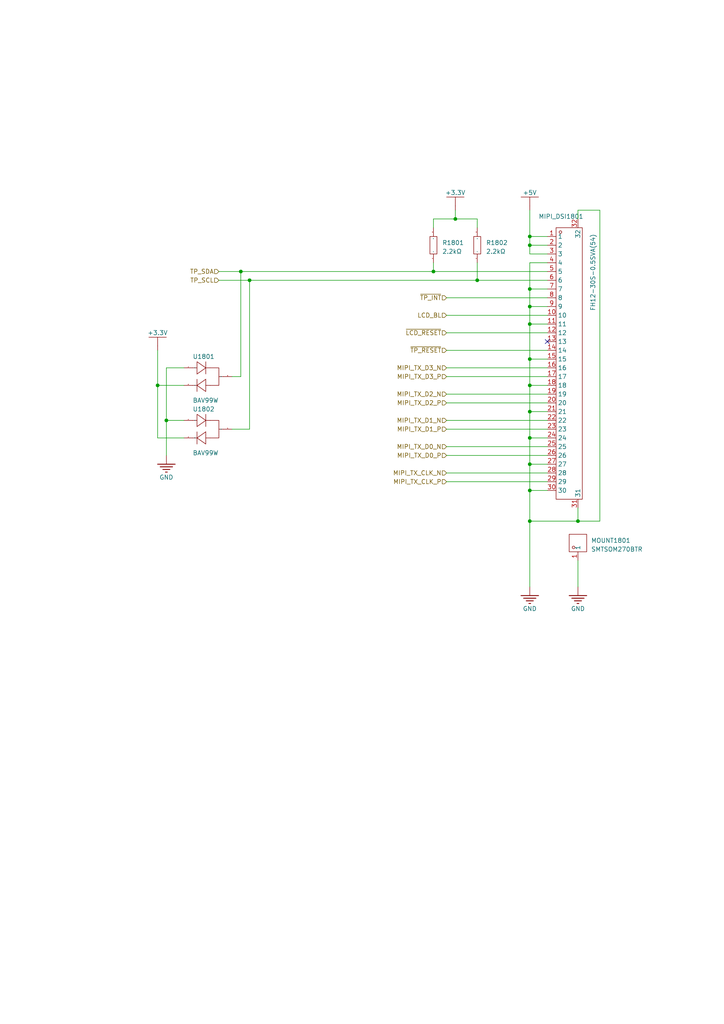
<source format=kicad_sch>
(kicad_sch (version 20250114) (generator "eeschema") (generator_version "9.0")
  (paper "A4" portrait)
  (lib_symbols
    (symbol "mainboard:0603WAF2201T5E"
      (property "Reference" "R" (at 0 0 0))
      (symbol "0603WAF2201T5E_1_0"
        (rectangle (start -2.54 -1.016) (end 2.54 1.016))
        (pin input line (at -5.08 0 0) (length 2.54) (name "1") (number "1"))
        (pin input line (at 5.08 0 180) (length 2.54) (name "2") (number "2"))
      )
    )
    (symbol "mainboard:BAV99W_C5204730"
      (property "Reference" "U" (at 0 0 0))
      (symbol "BAV99W_C5204730_1_0"
        (polyline (pts (xy -5.08 2.54) (xy -3.81 2.54)))
        (polyline (pts (xy -3.81 0.762) (xy -1.27 2.54) (xy -1.27 2.54) (xy -3.81 4.318) (xy -3.81 4.318) (xy -3.81 0.762)))
        (polyline (pts (xy -3.81 -0.762) (xy -3.81 -4.318)))
        (polyline (pts (xy -3.81 -2.54) (xy -5.08 -2.54)))
        (polyline (pts (xy -1.27 2.54) (xy 0 2.54)))
        (polyline (pts (xy -1.27 0.762) (xy -1.27 4.318)))
        (polyline (pts (xy -1.27 -0.762) (xy -3.81 -2.54) (xy -3.81 -2.54) (xy -1.27 -4.318) (xy -1.27 -4.318) (xy -1.27 -0.762)))
        (polyline (pts (xy 0 2.54) (xy 2.54 2.54) (xy 2.54 2.54) (xy 2.54 -2.54) (xy 2.54 -2.54) (xy 0 -2.54)))
        (polyline (pts (xy 0 -2.54) (xy -1.27 -2.54)))
        (polyline (pts (xy 3.81 0) (xy 2.54 0)))
        (pin unspecified line (at -7.62 2.54 0) (length 2.54) (name "1") (number "1"))
        (pin unspecified line (at -7.62 -2.54 0) (length 2.54) (name "2") (number "2"))
        (pin unspecified line (at 6.35 0 180) (length 2.54) (name "3") (number "3"))
      )
    )
    (symbol "mainboard:FH12-30S-0.5SVA(54)"
      (property "Reference" "FPC" (at 0 0 0))
      (symbol "FH12-30S-0.5SVA(54)_1_0"
        (rectangle (start -2.54 -39.37) (end 5.08 39.37))
        (circle (center -1.27 38.1) (radius 0.381))
        (pin input line (at -5.08 36.83 0) (length 2.54) (name "1") (number "1"))
        (pin input line (at -5.08 34.29 0) (length 2.54) (name "2") (number "2"))
        (pin input line (at -5.08 31.75 0) (length 2.54) (name "3") (number "3"))
        (pin input line (at -5.08 29.21 0) (length 2.54) (name "4") (number "4"))
        (pin input line (at -5.08 26.67 0) (length 2.54) (name "5") (number "5"))
        (pin input line (at -5.08 24.13 0) (length 2.54) (name "6") (number "6"))
        (pin input line (at -5.08 21.59 0) (length 2.54) (name "7") (number "7"))
        (pin input line (at -5.08 19.05 0) (length 2.54) (name "8") (number "8"))
        (pin input line (at -5.08 16.51 0) (length 2.54) (name "9") (number "9"))
        (pin input line (at -5.08 13.97 0) (length 2.54) (name "10") (number "10"))
        (pin input line (at -5.08 11.43 0) (length 2.54) (name "11") (number "11"))
        (pin input line (at -5.08 8.89 0) (length 2.54) (name "12") (number "12"))
        (pin input line (at -5.08 6.35 0) (length 2.54) (name "13") (number "13"))
        (pin input line (at -5.08 3.81 0) (length 2.54) (name "14") (number "14"))
        (pin input line (at -5.08 1.27 0) (length 2.54) (name "15") (number "15"))
        (pin input line (at -5.08 -1.27 0) (length 2.54) (name "16") (number "16"))
        (pin input line (at -5.08 -3.81 0) (length 2.54) (name "17") (number "17"))
        (pin input line (at -5.08 -6.35 0) (length 2.54) (name "18") (number "18"))
        (pin input line (at -5.08 -8.89 0) (length 2.54) (name "19") (number "19"))
        (pin input line (at -5.08 -11.43 0) (length 2.54) (name "20") (number "20"))
        (pin input line (at -5.08 -13.97 0) (length 2.54) (name "21") (number "21"))
        (pin input line (at -5.08 -16.51 0) (length 2.54) (name "22") (number "22"))
        (pin input line (at -5.08 -19.05 0) (length 2.54) (name "23") (number "23"))
        (pin input line (at -5.08 -21.59 0) (length 2.54) (name "24") (number "24"))
        (pin input line (at -5.08 -24.13 0) (length 2.54) (name "25") (number "25"))
        (pin input line (at -5.08 -26.67 0) (length 2.54) (name "26") (number "26"))
        (pin input line (at -5.08 -29.21 0) (length 2.54) (name "27") (number "27"))
        (pin input line (at -5.08 -31.75 0) (length 2.54) (name "28") (number "28"))
        (pin input line (at -5.08 -34.29 0) (length 2.54) (name "29") (number "29"))
        (pin input line (at -5.08 -36.83 0) (length 2.54) (name "30") (number "30"))
        (pin input line (at 3.81 41.91 270) (length 2.54) (name "32") (number "32"))
        (pin input line (at 3.81 -41.91 90) (length 2.54) (name "31") (number "31"))
      )
    )
    (symbol "mainboard:Ground-GND" (power) (pin_numbers (hide yes)) (pin_names (hide yes))
      (property "Value" "GND" (at 0 -6.35 0))
      (symbol "Ground-GND_1_0"
        (polyline (pts (xy -2.54 -2.54) (xy 2.54 -2.54)) (stroke (width 0.254)))
        (polyline (pts (xy -1.778 -3.302) (xy 1.778 -3.302)) (stroke (width 0.254)))
        (polyline (pts (xy -1.016 -4.064) (xy 1.016 -4.064)) (stroke (width 0.254)))
        (polyline (pts (xy -0.254 -4.826) (xy 0.254 -4.826)) (stroke (width 0.254)))
        (pin power_in line (at 0 0 270) (length 2.54) (name "") (number "1"))
      )
    )
    (symbol "mainboard:Power-5V" (power) (pin_numbers (hide yes)) (pin_names (hide yes))
      (symbol "Power-5V_1_0"
        (polyline (pts (xy -2.54 3.81) (xy 2.54 3.81)))
        (polyline (pts (xy 0 3.81) (xy 0 1.27)))
        (pin power_in line (at 0 0 90) (length 1.27) (name "") (number "1"))
      )
    )
    (symbol "mainboard:SMTSOM270BTR"
      (property "Reference" "CN" (at 0 0 0))
      (symbol "SMTSOM270BTR_1_0"
        (rectangle (start -1.27 -2.54) (end 3.81 2.54))
        (circle (center 0 1.27) (radius 0.381))
        (pin unspecified line (at -3.81 0 0) (length 2.54) (name "1") (number "1"))
      )
    )
  )
  (junction (at 153.67 111.76))
  (junction (at 69.85 78.74))
  (junction (at 153.67 88.9))
  (junction (at 153.67 68.58))
  (junction (at 153.67 83.82))
  (junction (at 72.39 81.28))
  (junction (at 153.67 127))
  (junction (at 153.67 93.98))
  (junction (at 153.67 142.24))
  (junction (at 45.72 111.76))
  (junction (at 125.73 78.74))
  (junction (at 138.43 81.28))
  (junction (at 132.08 63.5))
  (junction (at 153.67 151.13))
  (junction (at 167.64 151.13))
  (junction (at 153.67 134.62))
  (junction (at 153.67 104.14))
  (junction (at 153.67 71.12))
  (junction (at 48.26 121.92))
  (junction (at 153.67 119.38))
  (no_connect (at 158.75 99.06))
  (wire (pts (xy 158.75 68.58) (xy 153.67 68.58)))
  (wire (pts (xy 167.64 170.18) (xy 167.64 162.56)))
  (wire (pts (xy 153.67 111.76) (xy 153.67 104.14)))
  (wire (pts (xy 158.75 73.66) (xy 153.67 73.66)))
  (wire (pts (xy 45.72 101.6) (xy 45.72 111.76)))
  (wire (pts (xy 153.67 104.14) (xy 153.67 93.98)))
  (wire (pts (xy 72.39 81.28) (xy 63.5 81.28)))
  (wire (pts (xy 67.31 109.22) (xy 69.85 109.22)))
  (wire (pts (xy 158.75 106.68) (xy 129.54 106.68)))
  (wire (pts (xy 173.99 60.96) (xy 173.99 151.13)))
  (wire (pts (xy 138.43 63.5) (xy 138.43 66.04)))
  (wire (pts (xy 153.67 151.13) (xy 153.67 142.24)))
  (wire (pts (xy 167.64 60.96) (xy 167.64 63.5)))
  (wire (pts (xy 153.67 127) (xy 153.67 119.38)))
  (wire (pts (xy 153.67 88.9) (xy 153.67 83.82)))
  (wire (pts (xy 153.67 134.62) (xy 153.67 127)))
  (wire (pts (xy 45.72 111.76) (xy 53.34 111.76)))
  (wire (pts (xy 173.99 151.13) (xy 167.64 151.13)))
  (wire (pts (xy 153.67 83.82) (xy 153.67 76.2)))
  (wire (pts (xy 158.75 88.9) (xy 153.67 88.9)))
  (wire (pts (xy 153.67 119.38) (xy 153.67 111.76)))
  (wire (pts (xy 158.75 96.52) (xy 129.54 96.52)))
  (wire (pts (xy 158.75 71.12) (xy 153.67 71.12)))
  (wire (pts (xy 48.26 106.68) (xy 53.34 106.68)))
  (wire (pts (xy 69.85 78.74) (xy 63.5 78.74)))
  (wire (pts (xy 158.75 137.16) (xy 129.54 137.16)))
  (wire (pts (xy 158.75 142.24) (xy 153.67 142.24)))
  (wire (pts (xy 132.08 63.5) (xy 125.73 63.5)))
  (wire (pts (xy 158.75 86.36) (xy 129.54 86.36)))
  (wire (pts (xy 158.75 93.98) (xy 153.67 93.98)))
  (wire (pts (xy 158.75 119.38) (xy 153.67 119.38)))
  (wire (pts (xy 158.75 124.46) (xy 129.54 124.46)))
  (wire (pts (xy 158.75 121.92) (xy 129.54 121.92)))
  (wire (pts (xy 125.73 78.74) (xy 125.73 76.2)))
  (wire (pts (xy 158.75 129.54) (xy 129.54 129.54)))
  (wire (pts (xy 153.67 73.66) (xy 153.67 71.12)))
  (wire (pts (xy 153.67 170.18) (xy 153.67 151.13)))
  (wire (pts (xy 158.75 132.08) (xy 129.54 132.08)))
  (wire (pts (xy 153.67 71.12) (xy 153.67 68.58)))
  (wire (pts (xy 158.75 101.6) (xy 129.54 101.6)))
  (wire (pts (xy 158.75 114.3) (xy 129.54 114.3)))
  (wire (pts (xy 158.75 134.62) (xy 153.67 134.62)))
  (wire (pts (xy 153.67 142.24) (xy 153.67 134.62)))
  (wire (pts (xy 69.85 78.74) (xy 69.85 109.22)))
  (wire (pts (xy 132.08 63.5) (xy 138.43 63.5)))
  (wire (pts (xy 167.64 151.13) (xy 153.67 151.13)))
  (wire (pts (xy 45.72 111.76) (xy 45.72 127)))
  (wire (pts (xy 158.75 127) (xy 153.67 127)))
  (wire (pts (xy 48.26 132.08) (xy 48.26 121.92)))
  (wire (pts (xy 158.75 116.84) (xy 129.54 116.84)))
  (wire (pts (xy 158.75 139.7) (xy 129.54 139.7)))
  (wire (pts (xy 153.67 93.98) (xy 153.67 88.9)))
  (wire (pts (xy 158.75 83.82) (xy 153.67 83.82)))
  (wire (pts (xy 125.73 78.74) (xy 158.75 78.74)))
  (wire (pts (xy 67.31 124.46) (xy 72.39 124.46)))
  (wire (pts (xy 72.39 81.28) (xy 72.39 124.46)))
  (wire (pts (xy 158.75 109.22) (xy 129.54 109.22)))
  (wire (pts (xy 132.08 60.96) (xy 132.08 63.5)))
  (wire (pts (xy 158.75 111.76) (xy 153.67 111.76)))
  (wire (pts (xy 158.75 104.14) (xy 153.67 104.14)))
  (wire (pts (xy 125.73 78.74) (xy 69.85 78.74)))
  (wire (pts (xy 48.26 121.92) (xy 48.26 106.68)))
  (wire (pts (xy 158.75 91.44) (xy 129.54 91.44)))
  (wire (pts (xy 138.43 81.28) (xy 72.39 81.28)))
  (wire (pts (xy 48.26 121.92) (xy 53.34 121.92)))
  (wire (pts (xy 138.43 81.28) (xy 158.75 81.28)))
  (wire (pts (xy 138.43 76.2) (xy 138.43 81.28)))
  (wire (pts (xy 173.99 60.96) (xy 167.64 60.96)))
  (wire (pts (xy 45.72 127) (xy 53.34 127)))
  (wire (pts (xy 158.75 76.2) (xy 153.67 76.2)))
  (wire (pts (xy 167.64 147.32) (xy 167.64 151.13)))
  (wire (pts (xy 153.67 60.96) (xy 153.67 68.58)))
  (wire (pts (xy 125.73 63.5) (xy 125.73 66.04)))
  (hierarchical_label "MIPI_TX_D0_P" (shape input) (at 129.54 132.08 180))
  (hierarchical_label "~{TP_INT}" (shape input) (at 129.54 86.36 180))
  (hierarchical_label "MIPI_TX_D2_N" (shape input) (at 129.54 114.3 180))
  (hierarchical_label "MIPI_TX_D1_N" (shape input) (at 129.54 121.92 180))
  (hierarchical_label "MIPI_TX_CLK_N" (shape input) (at 129.54 137.16 180))
  (hierarchical_label "TP_SCL" (shape input) (at 63.5 81.28 180))
  (hierarchical_label "MIPI_TX_CLK_P" (shape input) (at 129.54 139.7 180))
  (hierarchical_label "TP_SDA" (shape input) (at 63.5 78.74 180))
  (hierarchical_label "MIPI_TX_D3_N" (shape input) (at 129.54 106.68 180))
  (hierarchical_label "MIPI_TX_D1_P" (shape input) (at 129.54 124.46 180))
  (hierarchical_label "MIPI_TX_D0_N" (shape input) (at 129.54 129.54 180))
  (hierarchical_label "~{TP_RESET}" (shape input) (at 129.54 101.6 180))
  (hierarchical_label "MIPI_TX_D3_P" (shape input) (at 129.54 109.22 180))
  (hierarchical_label "MIPI_TX_D2_P" (shape input) (at 129.54 116.84 180))
  (hierarchical_label "LCD_BL" (shape input) (at 129.54 91.44 180))
  (hierarchical_label "~{LCD_RESET}" (shape input) (at 129.54 96.52 180))
  (symbol (lib_id "mainboard:BAV99W_C5204730") (at 60.96 124.46 0) (unit 1)
    (property "Reference" "U1802" (at 55.88 119.38 0) (effects (justify left bottom)))
    (property "Value" "BAV99W" (at 55.88 132.08 0) (effects (justify left bottom)))
    (property "Footprint" "mainboard:SOT-323-3_L2.1-W1.3-P1.30-LS2.3-BR" (effects (hide yes)))
    (property "Datasheet" "https://atta.szlcsc.com/upload/public/pdf/source/20221019/D20F8D05DC179777F3CF1A1DB9BB6612.pdf" (effects (hide yes)))
    (property "Description" "Diode Configuration:1 pair in series Forward Voltage (Vf@If):1.25V@150mA Reverse Voltage (Vr): Rectified Current: Reverse Leakage Current (Ir):1uA Reverse Recovery Time (trr):" (effects (hide yes)))
    (property "Manufacturer Part" "BAV99W" (effects (hide yes)))
    (property "Manufacturer" "TWGMC(台湾迪嘉)" (effects (hide yes)))
    (property "Supplier Part" "C5204730" (effects (hide yes)))
    (property "Supplier" "LCSC" (effects (hide yes)))
    (property "LCSC Part Name" "BAV99W" (effects (hide yes)))
  )
  (symbol (lib_id "mainboard:Ground-GND") (at 153.67 170.18 0) (unit 1)
    (property "Reference" "#PWR01805" (effects (hide yes)))
    (property "Value" "GND" (at 153.67 176.53 0))
    (property "Footprint" "mainboard:" (effects (hide yes)))
  )
  (symbol (lib_id "mainboard:Power-5V") (at 132.08 60.96 0) (unit 1)
    (property "Reference" "#PWR01801" (effects (hide yes)))
    (property "Value" "+3.3V" (at 132.08 55.88 0))
    (property "Footprint" "mainboard:" (effects (hide yes)))
    (property "Description" "Power-5V" (effects (hide yes)))
  )
  (symbol (lib_id "mainboard:Ground-GND") (at 48.26 132.08 0) (unit 1)
    (property "Reference" "#PWR01804" (effects (hide yes)))
    (property "Value" "GND" (at 48.26 138.43 0))
    (property "Footprint" "mainboard:" (effects (hide yes)))
  )
  (symbol (lib_id "mainboard:0603WAF2201T5E") (at 125.73 71.12 90) (unit 1)
    (property "Reference" "R1801" (at 128.27 71.12 90) (effects (justify right top)))
    (property "Value" "2.2kΩ" (at 128.27 73.66 90) (effects (justify right top)))
    (property "Footprint" "mainboard:R0603" (effects (hide yes)))
    (property "Datasheet" "https://atta.szlcsc.com/upload/public/pdf/source/20200306/C422600_1E6D84923E4A46A82E41ADD87F860B5C.pdf" (effects (hide yes)))
    (property "Description" "Type:Thick Film Resistors Resistance:2.2kΩ Tolerance:±1% Tolerance:±1% Power(Watts): Overload Voltage (Max): Temperature Coefficient:±100ppm/°C Temperature Coefficient:±100ppm/°C Operating Temperature Range:-55°C~+155°C Operating Temperature Range:-55°C~+155°C" (effects (hide yes)))
    (property "Manufacturer Part" "0603WAF2201T5E" (effects (hide yes)))
    (property "Manufacturer" "UNI-ROYAL(厚声)" (effects (hide yes)))
    (property "Supplier Part" "C4190" (effects (hide yes)))
    (property "Supplier" "LCSC" (effects (hide yes)))
    (property "LCSC Part Name" "2.2kΩ ±1% 100mW 厚膜电阻" (effects (hide yes)))
  )
  (symbol (lib_id "mainboard:SMTSOM270BTR") (at 167.64 158.75 90) (unit 1)
    (property "Reference" "MOUNT1801" (at 171.45 157.48 90) (effects (justify right top)))
    (property "Value" "SMTSOM270BTR" (at 171.45 160.02 90) (effects (justify right top)))
    (property "Footprint" "mainboard:SMD_BD5.6-D3.6" (effects (hide yes)))
    (property "Datasheet" "https://atta.szlcsc.com/upload/public/pdf/source/20230202/A42D22DA7D93D728E13784C4003E4077.pdf" (effects (hide yes)))
    (property "Manufacturer Part" "SMTSOM270BTR" (effects (hide yes)))
    (property "Manufacturer" "YIYUAN(怡远)" (effects (hide yes)))
    (property "Supplier Part" "C5301781" (effects (hide yes)))
    (property "Supplier" "LCSC" (effects (hide yes)))
    (property "LCSC Part Name" "YIYUAN(怡远)M2 贴片螺母 L=7mm铜镀锡SMTSOM270BTR" (effects (hide yes)))
  )
  (symbol (lib_id "mainboard:Power-5V") (at 153.67 60.96 0) (unit 1)
    (property "Reference" "#PWR01802" (effects (hide yes)))
    (property "Value" "+5V" (at 153.67 55.88 0))
    (property "Footprint" "mainboard:" (effects (hide yes)))
    (property "Description" "Power-5V" (effects (hide yes)))
  )
  (symbol (lib_id "mainboard:Ground-GND") (at 167.64 170.18 0) (unit 1)
    (property "Reference" "#PWR01806" (effects (hide yes)))
    (property "Value" "GND" (at 167.64 176.53 0))
    (property "Footprint" "mainboard:" (effects (hide yes)))
  )
  (symbol (lib_id "mainboard:FH12-30S-0.5SVA(54)") (at 163.83 105.41 0) (unit 1)
    (property "Reference" "MIPI_DSI1801" (at 156.21 63.5 0) (effects (justify left bottom)))
    (property "Value" "FH12-30S-0.5SVA(54)" (at 172.72 90.17 90) (effects (justify left bottom)))
    (property "Footprint" "mainboard:FFC-SMD_30P-P0.50_FH12-30S-0.5SVA-54" (effects (hide yes)))
    (property "Datasheet" "https://atta.szlcsc.com/upload/public/pdf/source/20200615/C597979_B8D9DC319DDA9CB4DF2E85AE104C9A2E.pdf" (effects (hide yes)))
    (property "Description" "Locking Feature:Clamshell Contact Type:单侧触点/Vertical Number of Contacts:30P Pitch:0.5mm Mounting Type:Brick nogging FFC, FCB Thickness:0.3mm FFC, FCB Thickness:0.3mm Height Above Board:3.6mm Contact Material:Phosphor bronze Contact Plating:Gold Operating" (effects (hide yes)))
    (property "Manufacturer Part" "FH12-30S-0.5SVA(54)" (effects (hide yes)))
    (property "Manufacturer" "HRS(广濑)" (effects (hide yes)))
    (property "Supplier Part" "C597984" (effects (hide yes)))
    (property "Supplier" "LCSC" (effects (hide yes)))
    (property "LCSC Part Name" "间距:0.5mm P数:30P 翻盖式 单侧触点/垂直" (effects (hide yes)))
  )
  (symbol (lib_id "mainboard:Power-5V") (at 45.72 101.6 0) (unit 1)
    (property "Reference" "#PWR01803" (effects (hide yes)))
    (property "Value" "+3.3V" (at 45.72 96.52 0))
    (property "Footprint" "mainboard:" (effects (hide yes)))
    (property "Description" "Power-5V" (effects (hide yes)))
  )
  (symbol (lib_id "mainboard:BAV99W_C5204730") (at 60.96 109.22 0) (unit 1)
    (property "Reference" "U1801" (at 55.88 104.14 0) (effects (justify left bottom)))
    (property "Value" "BAV99W" (at 55.88 116.84 0) (effects (justify left bottom)))
    (property "Footprint" "mainboard:SOT-323-3_L2.1-W1.3-P1.30-LS2.3-BR" (effects (hide yes)))
    (property "Datasheet" "https://atta.szlcsc.com/upload/public/pdf/source/20221019/D20F8D05DC179777F3CF1A1DB9BB6612.pdf" (effects (hide yes)))
    (property "Description" "Diode Configuration:1 pair in series Forward Voltage (Vf@If):1.25V@150mA Reverse Voltage (Vr): Rectified Current: Reverse Leakage Current (Ir):1uA Reverse Recovery Time (trr):" (effects (hide yes)))
    (property "Manufacturer Part" "BAV99W" (effects (hide yes)))
    (property "Manufacturer" "TWGMC(台湾迪嘉)" (effects (hide yes)))
    (property "Supplier Part" "C5204730" (effects (hide yes)))
    (property "Supplier" "LCSC" (effects (hide yes)))
    (property "LCSC Part Name" "BAV99W" (effects (hide yes)))
  )
  (symbol (lib_id "mainboard:0603WAF2201T5E") (at 138.43 71.12 90) (unit 1)
    (property "Reference" "R1802" (at 140.97 71.12 90) (effects (justify right top)))
    (property "Value" "2.2kΩ" (at 140.97 73.66 90) (effects (justify right top)))
    (property "Footprint" "mainboard:R0603" (effects (hide yes)))
    (property "Datasheet" "https://atta.szlcsc.com/upload/public/pdf/source/20200306/C422600_1E6D84923E4A46A82E41ADD87F860B5C.pdf" (effects (hide yes)))
    (property "Description" "Type:Thick Film Resistors Resistance:2.2kΩ Tolerance:±1% Tolerance:±1% Power(Watts): Overload Voltage (Max): Temperature Coefficient:±100ppm/°C Temperature Coefficient:±100ppm/°C Operating Temperature Range:-55°C~+155°C Operating Temperature Range:-55°C~+155°C" (effects (hide yes)))
    (property "Manufacturer Part" "0603WAF2201T5E" (effects (hide yes)))
    (property "Manufacturer" "UNI-ROYAL(厚声)" (effects (hide yes)))
    (property "Supplier Part" "C4190" (effects (hide yes)))
    (property "Supplier" "LCSC" (effects (hide yes)))
    (property "LCSC Part Name" "2.2kΩ ±1% 100mW 厚膜电阻" (effects (hide yes)))
  )
)
</source>
